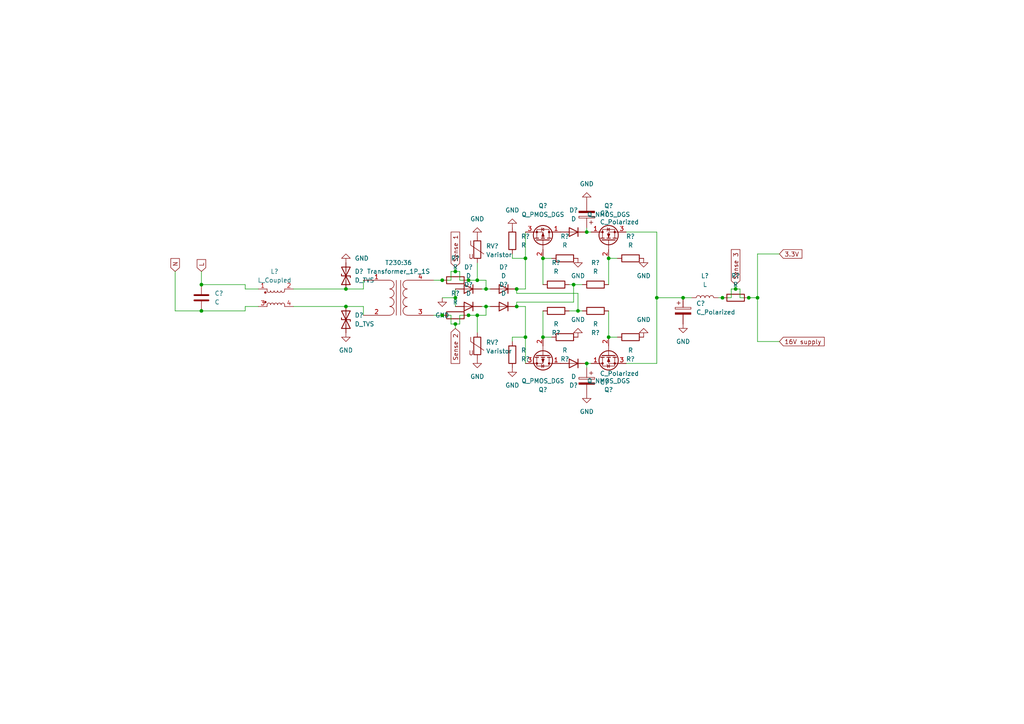
<source format=kicad_sch>
(kicad_sch (version 20211123) (generator eeschema)
  (paper "A4")
  (lib_symbols
    (symbol "Device:C" (pin_numbers hide) (pin_names (offset 0.254))
      (property "Reference" "C" (at 0.635 2.54 0))
      (property "Value" "C" (at 0.635 -2.54 0))
      (symbol "C_0_1"
        (polyline (pts (xy -2.032 -0.762) (xy 2.032 -0.762)) (stroke (width 0.508)))
        (polyline (pts (xy -2.032 0.762) (xy 2.032 0.762)) (stroke (width 0.508)))
      )
      (symbol "C_1_1"
        (pin passive line (at 0 3.81 270) (length 2.794) (name "~") (number "1"))
        (pin passive line (at 0 -3.81 90) (length 2.794) (name "~") (number "2"))
      )
    )
    (symbol "Device:C_Polarized" (pin_numbers hide) (pin_names (offset 0.254))
      (property "Reference" "C" (at 0.635 2.54 0))
      (property "Value" "C_Polarized" (at 0.635 -2.54 0))
      (symbol "C_Polarized_0_1"
        (rectangle (start -2.286 0.508) (end 2.286 1.016))
        (polyline (pts (xy -1.778 2.286) (xy -0.762 2.286)))
        (polyline (pts (xy -1.27 2.794) (xy -1.27 1.778)))
        (rectangle (start 2.286 -0.508) (end -2.286 -1.016) (fill (type outline)))
      )
      (symbol "C_Polarized_1_1"
        (pin passive line (at 0 3.81 270) (length 2.794) (name "~") (number "1"))
        (pin passive line (at 0 -3.81 90) (length 2.794) (name "~") (number "2"))
      )
    )
    (symbol "Device:D" (pin_numbers hide) (pin_names (offset 1.016) hide)
      (property "Reference" "D" (at 0 2.54 0))
      (property "Value" "D" (at 0 -2.54 0))
      (symbol "D_0_1"
        (polyline (pts (xy -1.27 1.27) (xy -1.27 -1.27)) (stroke (width 0.254)))
        (polyline (pts (xy 1.27 0) (xy -1.27 0)))
        (polyline (pts (xy 1.27 1.27) (xy 1.27 -1.27) (xy -1.27 0) (xy 1.27 1.27)) (stroke (width 0.254)))
      )
      (symbol "D_1_1"
        (pin passive line (at -3.81 0 0) (length 2.54) (name "K") (number "1"))
        (pin passive line (at 3.81 0 180) (length 2.54) (name "A") (number "2"))
      )
    )
    (symbol "Device:D_TVS" (pin_numbers hide) (pin_names (offset 1.016) hide)
      (property "Reference" "D" (at 0 2.54 0))
      (property "Value" "D_TVS" (at 0 -2.54 0))
      (symbol "D_TVS_0_1"
        (polyline (pts (xy 1.27 0) (xy -1.27 0)))
        (polyline (pts (xy 0.508 1.27) (xy 0 1.27) (xy 0 -1.27) (xy -0.508 -1.27)) (stroke (width 0.254)))
        (polyline (pts (xy -2.54 1.27) (xy -2.54 -1.27) (xy 2.54 1.27) (xy 2.54 -1.27) (xy -2.54 1.27)) (stroke (width 0.254)))
      )
      (symbol "D_TVS_1_1"
        (pin passive line (at -3.81 0 0) (length 2.54) (name "A1") (number "1"))
        (pin passive line (at 3.81 0 180) (length 2.54) (name "A2") (number "2"))
      )
    )
    (symbol "Device:L" (pin_numbers hide) (pin_names (offset 1.016) hide)
      (property "Reference" "L" (at -1.27 0 90))
      (property "Value" "L" (at 1.905 0 90))
      (symbol "L_0_1"
        (arc (start 0 -2.54) (mid 0.635 -1.905) (end 0 -1.27))
        (arc (start 0 -1.27) (mid 0.635 -0.635) (end 0 0))
        (arc (start 0 0) (mid 0.635 0.635) (end 0 1.27))
        (arc (start 0 1.27) (mid 0.635 1.905) (end 0 2.54))
      )
      (symbol "L_1_1"
        (pin passive line (at 0 3.81 270) (length 1.27) (name "1") (number "1"))
        (pin passive line (at 0 -3.81 90) (length 1.27) (name "2") (number "2"))
      )
    )
    (symbol "Device:L_Coupled" (pin_names (offset 0.254) hide)
      (property "Reference" "L" (at 0 4.445 0))
      (property "Value" "L_Coupled" (at 0 -4.445 0))
      (symbol "L_Coupled_0_1"
        (circle (center -3.048 -1.27) (radius 0.254) (fill (type outline)))
        (circle (center -3.048 1.524) (radius 0.254) (fill (type outline)))
        (arc (start -2.54 2.032) (mid -2.032 1.524) (end -1.524 2.032))
        (arc (start -1.524 -2.032) (mid -2.032 -1.524) (end -2.54 -2.032))
        (arc (start -1.524 2.032) (mid -1.016 1.524) (end -0.508 2.032))
        (arc (start -0.508 -2.032) (mid -1.016 -1.524) (end -1.524 -2.032))
        (arc (start -0.508 2.032) (mid 0 1.524) (end 0.508 2.032))
        (polyline (pts (xy -2.54 -2.032) (xy -2.54 -2.54)))
        (polyline (pts (xy -2.54 2.032) (xy -2.54 2.54)))
        (polyline (pts (xy 2.54 -2.032) (xy 2.54 -2.54)))
        (polyline (pts (xy 2.54 2.54) (xy 2.54 2.032)))
        (arc (start 0.508 -2.032) (mid 0 -1.524) (end -0.508 -2.032))
        (arc (start 0.508 2.032) (mid 1.016 1.524) (end 1.524 2.032))
        (arc (start 1.524 -2.032) (mid 1.016 -1.524) (end 0.508 -2.032))
        (arc (start 1.524 2.032) (mid 2.032 1.524) (end 2.54 2.032))
        (arc (start 2.54 -2.032) (mid 2.032 -1.524) (end 1.524 -2.032))
      )
      (symbol "L_Coupled_1_1"
        (pin passive line (at -5.08 2.54 0) (length 2.54) (name "1") (number "1"))
        (pin passive line (at 5.08 2.54 180) (length 2.54) (name "2") (number "2"))
        (pin passive line (at -5.08 -2.54 0) (length 2.54) (name "3") (number "3"))
        (pin passive line (at 5.08 -2.54 180) (length 2.54) (name "4") (number "4"))
      )
    )
    (symbol "Device:Q_NMOS_DGS" (pin_names (offset 0) hide)
      (property "Reference" "Q" (at 5.08 1.27 0))
      (property "Value" "Q_NMOS_DGS" (at 5.08 -1.27 0))
      (symbol "Q_NMOS_DGS_0_1"
        (polyline (pts (xy 0.254 0) (xy -2.54 0)))
        (polyline (pts (xy 0.254 1.905) (xy 0.254 -1.905)) (stroke (width 0.254)))
        (polyline (pts (xy 0.762 -1.27) (xy 0.762 -2.286)) (stroke (width 0.254)))
        (polyline (pts (xy 0.762 0.508) (xy 0.762 -0.508)) (stroke (width 0.254)))
        (polyline (pts (xy 0.762 2.286) (xy 0.762 1.27)) (stroke (width 0.254)))
        (polyline (pts (xy 2.54 2.54) (xy 2.54 1.778)))
        (polyline (pts (xy 2.54 -2.54) (xy 2.54 0) (xy 0.762 0)))
        (polyline (pts (xy 0.762 -1.778) (xy 3.302 -1.778) (xy 3.302 1.778) (xy 0.762 1.778)))
        (polyline (pts (xy 1.016 0) (xy 2.032 0.381) (xy 2.032 -0.381) (xy 1.016 0)) (fill (type outline)))
        (polyline (pts (xy 2.794 0.508) (xy 2.921 0.381) (xy 3.683 0.381) (xy 3.81 0.254)))
        (polyline (pts (xy 3.302 0.381) (xy 2.921 -0.254) (xy 3.683 -0.254) (xy 3.302 0.381)))
        (circle (center 1.651 0) (radius 2.794) (stroke (width 0.254)))
        (circle (center 2.54 -1.778) (radius 0.254) (fill (type outline)))
        (circle (center 2.54 1.778) (radius 0.254) (fill (type outline)))
      )
      (symbol "Q_NMOS_DGS_1_1"
        (pin passive line (at 2.54 5.08 270) (length 2.54) (name "D") (number "1"))
        (pin input line (at -5.08 0 0) (length 2.54) (name "G") (number "2"))
        (pin passive line (at 2.54 -5.08 90) (length 2.54) (name "S") (number "3"))
      )
    )
    (symbol "Device:Q_PMOS_DGS" (pin_names (offset 0) hide)
      (property "Reference" "Q" (at 5.08 1.27 0))
      (property "Value" "Q_PMOS_DGS" (at 5.08 -1.27 0))
      (symbol "Q_PMOS_DGS_0_1"
        (polyline (pts (xy 0.254 0) (xy -2.54 0)))
        (polyline (pts (xy 0.254 1.905) (xy 0.254 -1.905)) (stroke (width 0.254)))
        (polyline (pts (xy 0.762 -1.27) (xy 0.762 -2.286)) (stroke (width 0.254)))
        (polyline (pts (xy 0.762 0.508) (xy 0.762 -0.508)) (stroke (width 0.254)))
        (polyline (pts (xy 0.762 2.286) (xy 0.762 1.27)) (stroke (width 0.254)))
        (polyline (pts (xy 2.54 2.54) (xy 2.54 1.778)))
        (polyline (pts (xy 2.54 -2.54) (xy 2.54 0) (xy 0.762 0)))
        (polyline (pts (xy 0.762 1.778) (xy 3.302 1.778) (xy 3.302 -1.778) (xy 0.762 -1.778)))
        (polyline (pts (xy 2.286 0) (xy 1.27 0.381) (xy 1.27 -0.381) (xy 2.286 0)) (fill (type outline)))
        (polyline (pts (xy 2.794 -0.508) (xy 2.921 -0.381) (xy 3.683 -0.381) (xy 3.81 -0.254)))
        (polyline (pts (xy 3.302 -0.381) (xy 2.921 0.254) (xy 3.683 0.254) (xy 3.302 -0.381)))
        (circle (center 1.651 0) (radius 2.794) (stroke (width 0.254)))
        (circle (center 2.54 -1.778) (radius 0.254) (fill (type outline)))
        (circle (center 2.54 1.778) (radius 0.254) (fill (type outline)))
      )
      (symbol "Q_PMOS_DGS_1_1"
        (pin passive line (at 2.54 5.08 270) (length 2.54) (name "D") (number "1"))
        (pin input line (at -5.08 0 0) (length 2.54) (name "G") (number "2"))
        (pin passive line (at 2.54 -5.08 90) (length 2.54) (name "S") (number "3"))
      )
    )
    (symbol "Device:R" (pin_numbers hide) (pin_names (offset 0))
      (property "Reference" "R" (at 2.032 0 90))
      (property "Value" "R" (at 0 0 90))
      (symbol "R_0_1"
        (rectangle (start -1.016 -2.54) (end 1.016 2.54) (stroke (width 0.254)))
      )
      (symbol "R_1_1"
        (pin passive line (at 0 3.81 270) (length 1.27) (name "~") (number "1"))
        (pin passive line (at 0 -3.81 90) (length 1.27) (name "~") (number "2"))
      )
    )
    (symbol "Device:Transformer_1P_1S" (pin_names (offset 1.016) hide)
      (property "Reference" "T" (at 0 6.35 0))
      (property "Value" "Transformer_1P_1S" (at 0 -7.62 0))
      (symbol "Transformer_1P_1S_0_1"
        (arc (start -2.54 -5.0546) (mid -1.6599 -4.6901) (end -1.27 -3.81))
        (arc (start -2.54 -2.5146) (mid -1.6599 -2.1501) (end -1.27 -1.27))
        (arc (start -2.54 0.0254) (mid -1.6599 0.3899) (end -1.27 1.27))
        (arc (start -2.54 2.5654) (mid -1.6599 2.9299) (end -1.27 3.81))
        (arc (start -1.27 -3.81) (mid -1.642 -2.912) (end -2.54 -2.54))
        (arc (start -1.27 -1.27) (mid -1.642 -0.372) (end -2.54 0))
        (arc (start -1.27 1.27) (mid -1.642 2.168) (end -2.54 2.54))
        (arc (start -1.27 3.81) (mid -1.642 4.708) (end -2.54 5.08))
        (polyline (pts (xy -0.635 5.08) (xy -0.635 -5.08)))
        (polyline (pts (xy 0.635 -5.08) (xy 0.635 5.08)))
        (arc (start 1.2954 -1.27) (mid 1.6599 -2.1501) (end 2.54 -2.5146))
        (arc (start 1.2954 1.27) (mid 1.6599 0.3899) (end 2.54 0.0254))
        (arc (start 1.2954 3.81) (mid 1.6599 2.9299) (end 2.54 2.5654))
        (arc (start 1.3208 -3.81) (mid 1.6853 -4.6901) (end 2.5654 -5.0546))
        (arc (start 2.54 0) (mid 1.642 -0.372) (end 1.2954 -1.27))
        (arc (start 2.54 2.54) (mid 1.642 2.168) (end 1.2954 1.27))
        (arc (start 2.54 5.08) (mid 1.642 4.708) (end 1.2954 3.81))
        (arc (start 2.5654 -2.54) (mid 1.6674 -2.912) (end 1.3208 -3.81))
      )
      (symbol "Transformer_1P_1S_1_1"
        (pin passive line (at -10.16 5.08 0) (length 7.62) (name "AA") (number "1"))
        (pin passive line (at -10.16 -5.08 0) (length 7.62) (name "AB") (number "2"))
        (pin passive line (at 10.16 -5.08 180) (length 7.62) (name "SA") (number "3"))
        (pin passive line (at 10.16 5.08 180) (length 7.62) (name "SB") (number "4"))
      )
    )
    (symbol "Device:Varistor" (pin_numbers hide) (pin_names (offset 0))
      (property "Reference" "RV" (at 3.175 0 90))
      (property "Value" "Varistor" (at -3.175 0 90))
      (symbol "Varistor_0_0"
        (text "U" (at -1.778 -2.032 0) (effects (font (size 1.27 1.27))))
      )
      (symbol "Varistor_0_1"
        (rectangle (start -1.016 -2.54) (end 1.016 2.54) (stroke (width 0.254)))
        (polyline (pts (xy -1.905 2.54) (xy -1.905 1.27) (xy 1.905 -1.27)))
      )
      (symbol "Varistor_1_1"
        (pin passive line (at 0 3.81 270) (length 1.27) (name "~") (number "1"))
        (pin passive line (at 0 -3.81 90) (length 1.27) (name "~") (number "2"))
      )
    )
    (symbol "power:GND" (power) (pin_names (offset 0))
      (property "Value" "GND" (at 0 -3.81 0))
      (symbol "GND_0_1"
        (polyline (pts (xy 0 0) (xy 0 -1.27) (xy 1.27 -1.27) (xy 0 -2.54) (xy -1.27 -1.27) (xy 0 -1.27)))
      )
      (symbol "GND_1_1"
        (pin power_in line (at 0 0 270) (length 0) hide (name "GND") (number "1"))
      )
    )
  )
  (junction (at 132.08 86.36))
  (junction (at 176.53 97.79))
  (junction (at 209.55 86.36))
  (junction (at 140.97 88.9))
  (junction (at 152.4 74.93))
  (junction (at 149.86 88.9))
  (junction (at 100.33 88.9))
  (junction (at 132.08 93.98))
  (junction (at 132.08 78.74))
  (junction (at 138.43 91.44))
  (junction (at 152.4 97.79))
  (junction (at 157.48 97.79))
  (junction (at 128.27 91.44))
  (junction (at 176.53 74.93))
  (junction (at 166.37 82.55))
  (junction (at 100.33 83.82))
  (junction (at 167.64 90.17))
  (junction (at 149.86 83.82))
  (junction (at 213.36 83.82))
  (junction (at 140.97 83.82))
  (junction (at 138.43 81.28))
  (junction (at 198.12 86.36))
  (junction (at 217.17 86.36))
  (junction (at 128.27 81.28))
  (junction (at 135.89 81.28))
  (junction (at 135.89 91.44))
  (junction (at 170.18 67.31))
  (junction (at 157.48 74.93))
  (junction (at 170.18 105.41))
  (junction (at 219.71 86.36))
  (junction (at 58.42 82.55))
  (junction (at 190.5 86.36))
  (junction (at 58.42 90.17))
  (wire (pts (xy 176.53 97.79) (xy 176.53 90.17)))
  (wire (pts (xy 166.37 87.63) (xy 166.37 82.55)))
  (wire (pts (xy 133.35 78.74) (xy 133.35 81.28)))
  (wire (pts (xy 152.4 67.31) (xy 152.4 74.93)))
  (wire (pts (xy 58.42 90.17) (xy 71.12 90.17)))
  (wire (pts (xy 85.09 83.82) (xy 100.33 83.82)))
  (wire (pts (xy 167.64 85.09) (xy 149.86 85.09)))
  (wire (pts (xy 58.42 78.74) (xy 58.42 82.55)))
  (wire (pts (xy 176.53 74.93) (xy 176.53 82.55)))
  (wire (pts (xy 219.71 73.66) (xy 226.06 73.66)))
  (wire (pts (xy 219.71 73.66) (xy 219.71 86.36)))
  (wire (pts (xy 157.48 74.93) (xy 160.02 74.93)))
  (wire (pts (xy 152.4 88.9) (xy 152.4 97.79)))
  (wire (pts (xy 130.81 91.44) (xy 130.81 93.98)))
  (wire (pts (xy 190.5 105.41) (xy 190.5 86.36)))
  (wire (pts (xy 217.17 86.36) (xy 219.71 86.36)))
  (wire (pts (xy 140.97 91.44) (xy 140.97 88.9)))
  (wire (pts (xy 71.12 88.9) (xy 74.93 88.9)))
  (wire (pts (xy 138.43 81.28) (xy 140.97 81.28)))
  (wire (pts (xy 85.09 88.9) (xy 100.33 88.9)))
  (wire (pts (xy 176.53 74.93) (xy 179.07 74.93)))
  (wire (pts (xy 176.53 97.79) (xy 179.07 97.79)))
  (wire (pts (xy 105.41 91.44) (xy 105.41 88.9)))
  (wire (pts (xy 130.81 93.98) (xy 132.08 93.98)))
  (wire (pts (xy 128.27 81.28) (xy 130.81 81.28)))
  (wire (pts (xy 214.63 83.82) (xy 213.36 83.82)))
  (wire (pts (xy 140.97 88.9) (xy 139.7 88.9)))
  (wire (pts (xy 190.5 86.36) (xy 198.12 86.36)))
  (wire (pts (xy 157.48 97.79) (xy 160.02 97.79)))
  (wire (pts (xy 198.12 86.36) (xy 200.66 86.36)))
  (wire (pts (xy 219.71 86.36) (xy 219.71 99.06)))
  (wire (pts (xy 152.4 97.79) (xy 152.4 105.41)))
  (wire (pts (xy 128.27 91.44) (xy 130.81 91.44)))
  (wire (pts (xy 132.08 83.82) (xy 132.08 86.36)))
  (wire (pts (xy 132.08 93.98) (xy 133.35 93.98)))
  (wire (pts (xy 50.8 90.17) (xy 58.42 90.17)))
  (wire (pts (xy 71.12 83.82) (xy 71.12 82.55)))
  (wire (pts (xy 50.8 78.74) (xy 50.8 90.17)))
  (wire (pts (xy 135.89 91.44) (xy 138.43 91.44)))
  (wire (pts (xy 135.89 81.28) (xy 138.43 81.28)))
  (wire (pts (xy 58.42 82.55) (xy 71.12 82.55)))
  (wire (pts (xy 100.33 88.9) (xy 105.41 88.9)))
  (wire (pts (xy 148.59 99.06) (xy 148.59 97.79)))
  (wire (pts (xy 166.37 82.55) (xy 168.91 82.55)))
  (wire (pts (xy 213.36 82.55) (xy 213.36 83.82)))
  (wire (pts (xy 190.5 86.36) (xy 190.5 67.31)))
  (wire (pts (xy 165.1 90.17) (xy 167.64 90.17)))
  (wire (pts (xy 138.43 91.44) (xy 138.43 96.52)))
  (wire (pts (xy 149.86 83.82) (xy 152.4 83.82)))
  (wire (pts (xy 149.86 88.9) (xy 149.86 87.63)))
  (wire (pts (xy 133.35 91.44) (xy 135.89 91.44)))
  (wire (pts (xy 100.33 83.82) (xy 105.41 83.82)))
  (wire (pts (xy 148.59 73.66) (xy 148.59 74.93)))
  (wire (pts (xy 125.73 81.28) (xy 128.27 81.28)))
  (wire (pts (xy 165.1 82.55) (xy 166.37 82.55)))
  (wire (pts (xy 132.08 86.36) (xy 132.08 88.9)))
  (wire (pts (xy 71.12 90.17) (xy 71.12 88.9)))
  (wire (pts (xy 157.48 97.79) (xy 157.48 90.17)))
  (wire (pts (xy 128.27 86.36) (xy 132.08 86.36)))
  (wire (pts (xy 167.64 90.17) (xy 168.91 90.17)))
  (wire (pts (xy 130.81 78.74) (xy 130.81 81.28)))
  (wire (pts (xy 214.63 86.36) (xy 214.63 83.82)))
  (wire (pts (xy 149.86 87.63) (xy 166.37 87.63)))
  (wire (pts (xy 71.12 83.82) (xy 74.93 83.82)))
  (wire (pts (xy 132.08 77.47) (xy 132.08 78.74)))
  (wire (pts (xy 132.08 93.98) (xy 132.08 95.25)))
  (wire (pts (xy 139.7 83.82) (xy 140.97 83.82)))
  (wire (pts (xy 140.97 81.28) (xy 140.97 83.82)))
  (wire (pts (xy 170.18 105.41) (xy 171.45 105.41)))
  (wire (pts (xy 152.4 74.93) (xy 148.59 74.93)))
  (wire (pts (xy 167.64 90.17) (xy 167.64 85.09)))
  (wire (pts (xy 170.18 106.68) (xy 170.18 105.41)))
  (wire (pts (xy 125.73 91.44) (xy 128.27 91.44)))
  (wire (pts (xy 208.28 86.36) (xy 209.55 86.36)))
  (wire (pts (xy 190.5 67.31) (xy 181.61 67.31)))
  (wire (pts (xy 132.08 78.74) (xy 133.35 78.74)))
  (wire (pts (xy 133.35 93.98) (xy 133.35 91.44)))
  (wire (pts (xy 149.86 88.9) (xy 152.4 88.9)))
  (wire (pts (xy 181.61 105.41) (xy 190.5 105.41)))
  (wire (pts (xy 152.4 74.93) (xy 152.4 83.82)))
  (wire (pts (xy 138.43 91.44) (xy 140.97 91.44)))
  (wire (pts (xy 149.86 85.09) (xy 149.86 83.82)))
  (wire (pts (xy 135.89 81.28) (xy 133.35 81.28)))
  (wire (pts (xy 170.18 66.04) (xy 170.18 67.31)))
  (wire (pts (xy 138.43 76.2) (xy 138.43 81.28)))
  (wire (pts (xy 212.09 83.82) (xy 212.09 86.36)))
  (wire (pts (xy 219.71 99.06) (xy 226.06 99.06)))
  (wire (pts (xy 132.08 78.74) (xy 130.81 78.74)))
  (wire (pts (xy 217.17 86.36) (xy 214.63 86.36)))
  (wire (pts (xy 213.36 83.82) (xy 212.09 83.82)))
  (wire (pts (xy 105.41 83.82) (xy 105.41 81.28)))
  (wire (pts (xy 209.55 86.36) (xy 212.09 86.36)))
  (wire (pts (xy 157.48 74.93) (xy 157.48 82.55)))
  (wire (pts (xy 170.18 67.31) (xy 171.45 67.31)))
  (wire (pts (xy 140.97 83.82) (xy 142.24 83.82)))
  (wire (pts (xy 140.97 88.9) (xy 142.24 88.9)))
  (wire (pts (xy 152.4 97.79) (xy 148.59 97.79)))
  (global_label "3.3V" (shape input) (at 226.06 73.66 0) (property "Intersheet References" "${INTERSHEET_REFS}" (effects hide)))
  (global_label "Sense 1" (shape input) (at 132.08 77.47 90) (property "Intersheet References" "${INTERSHEET_REFS}" (effects hide)))
  (global_label "Sense 2" (shape input) (at 132.08 95.25 270) (property "Intersheet References" "${INTERSHEET_REFS}" (effects hide)))
  (global_label "L" (shape input) (at 58.42 78.74 90) (property "Intersheet References" "${INTERSHEET_REFS}" (effects hide)))
  (global_label "16V supply" (shape input) (at 226.06 99.06 0) (property "Intersheet References" "${INTERSHEET_REFS}" (effects hide)))
  (global_label "Sense 3" (shape input) (at 213.36 82.55 90) (property "Intersheet References" "${INTERSHEET_REFS}" (effects hide)))
  (global_label "N" (shape input) (at 50.8 78.74 90) (property "Intersheet References" "${INTERSHEET_REFS}" (effects hide)))
  (symbol (lib_id "Device:Q_NMOS_DGS") (at 176.53 102.87 90) (mirror x) (unit 1)
    (property "Reference" "Q?" (at 176.53 113.03 90))
    (property "Value" "Q_NMOS_DGS" (at 176.53 110.49 90))
  )
  (symbol (lib_id "Device:R") (at 172.72 82.55 90) (unit 1)
    (property "Reference" "R?" (at 172.72 76.2 90))
    (property "Value" "R" (at 172.72 78.74 90))
  )
  (symbol (lib_id "Device:R") (at 148.59 69.85 0) (unit 1)
    (property "Reference" "R?" (at 151.13 68.5799 0) (effects (justify left)))
    (property "Value" "R" (at 151.13 71.1199 0) (effects (justify left)))
  )
  (symbol (lib_id "Device:R") (at 132.08 91.44 90) (unit 1)
    (property "Reference" "R?" (at 132.08 85.09 90))
    (property "Value" "R" (at 132.08 87.63 90))
  )
  (symbol (lib_id "Device:L") (at 204.47 86.36 90) (unit 1)
    (property "Reference" "L?" (at 204.47 80.01 90))
    (property "Value" "L" (at 204.47 82.55 90))
  )
  (symbol (lib_id "Device:D") (at 146.05 88.9 180) (unit 1)
    (property "Reference" "D?" (at 146.05 82.55 0))
    (property "Value" "D" (at 146.05 85.09 0))
  )
  (symbol (lib_id "power:GND") (at 148.59 106.68 0) (mirror y) (unit 1)
    (property "Reference" "#PWR?" (effects hide))
    (property "Value" "GND" (at 148.59 111.76 0))
  )
  (symbol (lib_id "Device:Q_PMOS_DGS") (at 157.48 69.85 270) (mirror x) (unit 1)
    (property "Reference" "Q?" (at 157.48 59.69 90))
    (property "Value" "Q_PMOS_DGS" (at 157.48 62.23 90))
  )
  (symbol (lib_id "power:GND") (at 198.12 93.98 0) (unit 1)
    (property "Reference" "#PWR?" (effects hide))
    (property "Value" "GND" (at 198.12 99.06 0))
  )
  (symbol (lib_id "Device:R") (at 213.36 86.36 90) (unit 1)
    (property "Reference" "R?" (at 213.36 80.01 90))
    (property "Value" "R" (at 213.36 82.55 90))
  )
  (symbol (lib_id "power:GND") (at 186.69 97.79 0) (mirror x) (unit 1)
    (property "Reference" "#PWR?" (effects hide))
    (property "Value" "GND" (at 186.69 92.71 0))
  )
  (symbol (lib_id "Device:R") (at 148.59 102.87 0) (mirror x) (unit 1)
    (property "Reference" "R?" (at 151.13 104.1401 0) (effects (justify left)))
    (property "Value" "R" (at 151.13 101.6001 0) (effects (justify left)))
  )
  (symbol (lib_id "Device:C_Polarized") (at 170.18 110.49 0) (mirror y) (unit 1)
    (property "Reference" "C?" (at 173.99 110.8711 0) (effects (justify right)))
    (property "Value" "C_Polarized" (at 173.99 108.3311 0) (effects (justify right)))
  )
  (symbol (lib_id "Device:R") (at 132.08 81.28 90) (unit 1)
    (property "Reference" "R?" (at 132.08 74.93 90))
    (property "Value" "R" (at 132.08 77.47 90))
  )
  (symbol (lib_id "power:GND") (at 167.64 97.79 0) (mirror x) (unit 1)
    (property "Reference" "#PWR?" (effects hide))
    (property "Value" "GND" (at 167.64 92.71 0))
  )
  (symbol (lib_id "Device:D") (at 146.05 83.82 180) (unit 1)
    (property "Reference" "D?" (at 146.05 77.47 0))
    (property "Value" "D" (at 146.05 80.01 0))
  )
  (symbol (lib_id "Device:D") (at 135.89 83.82 180) (unit 1)
    (property "Reference" "D?" (at 135.89 77.47 0))
    (property "Value" "D" (at 135.89 80.01 0))
  )
  (symbol (lib_id "Device:Varistor") (at 138.43 72.39 0) (unit 1)
    (property "Reference" "RV?" (at 140.97 71.3731 0) (effects (justify left)))
    (property "Value" "Varistor" (at 140.97 73.9131 0) (effects (justify left)))
  )
  (symbol (lib_id "Device:C_Polarized") (at 170.18 62.23 180) (unit 1)
    (property "Reference" "C?" (at 173.99 61.8489 0) (effects (justify right)))
    (property "Value" "C_Polarized" (at 173.99 64.3889 0) (effects (justify right)))
  )
  (symbol (lib_id "Device:D_TVS") (at 100.33 80.01 90) (unit 1)
    (property "Reference" "D?" (at 102.87 78.7399 90) (effects (justify right)))
    (property "Value" "D_TVS" (at 102.87 81.2799 90) (effects (justify right)))
  )
  (symbol (lib_id "power:GND") (at 148.59 66.04 180) (unit 1)
    (property "Reference" "#PWR?" (effects hide))
    (property "Value" "GND" (at 148.59 60.96 0))
  )
  (symbol (lib_id "Device:R") (at 182.88 74.93 90) (unit 1)
    (property "Reference" "R?" (at 182.88 68.58 90))
    (property "Value" "R" (at 182.88 71.12 90))
  )
  (symbol (lib_id "Device:R") (at 161.29 90.17 90) (mirror x) (unit 1)
    (property "Reference" "R?" (at 161.29 96.52 90))
    (property "Value" "R" (at 161.29 93.98 90))
  )
  (symbol (lib_id "power:GND") (at 167.64 74.93 0) (unit 1)
    (property "Reference" "#PWR?" (effects hide))
    (property "Value" "GND" (at 167.64 80.01 0))
  )
  (symbol (lib_id "power:GND") (at 128.27 86.36 0) (unit 1)
    (property "Reference" "#PWR?" (effects hide))
    (property "Value" "GND" (at 128.27 91.44 0))
  )
  (symbol (lib_id "power:GND") (at 138.43 104.14 0) (unit 1)
    (property "Reference" "#PWR?" (effects hide))
    (property "Value" "GND" (at 138.43 109.22 0))
  )
  (symbol (lib_id "Device:R") (at 172.72 90.17 90) (mirror x) (unit 1)
    (property "Reference" "R?" (at 172.72 96.52 90))
    (property "Value" "R" (at 172.72 93.98 90))
  )
  (symbol (lib_id "power:GND") (at 170.18 114.3 0) (mirror y) (unit 1)
    (property "Reference" "#PWR?" (effects hide))
    (property "Value" "GND" (at 170.18 119.38 0))
  )
  (symbol (lib_id "power:GND") (at 170.18 58.42 180) (unit 1)
    (property "Reference" "#PWR?" (effects hide))
    (property "Value" "GND" (at 170.18 53.34 0))
  )
  (symbol (lib_id "Device:D_TVS") (at 100.33 92.71 90) (unit 1)
    (property "Reference" "D?" (at 102.87 91.4399 90) (effects (justify right)))
    (property "Value" "D_TVS" (at 102.87 93.9799 90) (effects (justify right)))
  )
  (symbol (lib_id "Device:D") (at 166.37 105.41 0) (mirror y) (unit 1)
    (property "Reference" "D?" (at 166.37 111.76 0))
    (property "Value" "D" (at 166.37 109.22 0))
  )
  (symbol (lib_id "power:GND") (at 186.69 74.93 0) (unit 1)
    (property "Reference" "#PWR?" (effects hide))
    (property "Value" "GND" (at 186.69 80.01 0))
  )
  (symbol (lib_id "Device:Transformer_1P_1S") (at 115.57 86.36 0) (unit 1)
    (property "Reference" "T230:36" (at 115.5827 76.2 0))
    (property "Value" "Transformer_1P_1S" (at 115.5827 78.74 0))
  )
  (symbol (lib_id "Device:L_Coupled") (at 80.01 86.36 0) (unit 1)
    (property "Reference" "L?" (at 79.629 78.74 0))
    (property "Value" "L_Coupled" (at 79.629 81.28 0))
  )
  (symbol (lib_id "Device:R") (at 163.83 97.79 90) (mirror x) (unit 1)
    (property "Reference" "R?" (at 163.83 104.14 90))
    (property "Value" "R" (at 163.83 101.6 90))
  )
  (symbol (lib_id "Device:R") (at 182.88 97.79 90) (mirror x) (unit 1)
    (property "Reference" "R?" (at 182.88 104.14 90))
    (property "Value" "R" (at 182.88 101.6 90))
  )
  (symbol (lib_id "Device:R") (at 163.83 74.93 90) (unit 1)
    (property "Reference" "R?" (at 163.83 68.58 90))
    (property "Value" "R" (at 163.83 71.12 90))
  )
  (symbol (lib_id "Device:Varistor") (at 138.43 100.33 0) (unit 1)
    (property "Reference" "RV?" (at 140.97 99.3131 0) (effects (justify left)))
    (property "Value" "Varistor" (at 140.97 101.8531 0) (effects (justify left)))
  )
  (symbol (lib_id "power:GND") (at 100.33 96.52 0) (unit 1)
    (property "Reference" "#PWR?" (effects hide))
    (property "Value" "GND" (at 100.33 101.6 0))
  )
  (symbol (lib_id "Device:C_Polarized") (at 198.12 90.17 0) (unit 1)
    (property "Reference" "C?" (at 201.93 88.0109 0) (effects (justify left)))
    (property "Value" "C_Polarized" (at 201.93 90.5509 0) (effects (justify left)))
  )
  (symbol (lib_id "Device:R") (at 161.29 82.55 90) (unit 1)
    (property "Reference" "R?" (at 161.29 76.2 90))
    (property "Value" "R" (at 161.29 78.74 90))
  )
  (symbol (lib_id "Device:C") (at 58.42 86.36 0) (unit 1)
    (property "Reference" "C?" (at 62.23 85.0899 0) (effects (justify left)))
    (property "Value" "C" (at 62.23 87.6299 0) (effects (justify left)))
  )
  (symbol (lib_id "Device:Q_NMOS_DGS") (at 176.53 69.85 90) (unit 1)
    (property "Reference" "Q?" (at 176.53 59.69 90))
    (property "Value" "Q_NMOS_DGS" (at 176.53 62.23 90))
  )
  (symbol (lib_id "Device:Q_PMOS_DGS") (at 157.48 102.87 270) (unit 1)
    (property "Reference" "Q?" (at 157.48 113.03 90))
    (property "Value" "Q_PMOS_DGS" (at 157.48 110.49 90))
  )
  (symbol (lib_id "power:GND") (at 100.33 76.2 180) (unit 1)
    (property "Reference" "#PWR?" (effects hide))
    (property "Value" "GND" (at 102.87 74.9299 0) (effects (justify right)))
  )
  (symbol (lib_id "Device:D") (at 135.89 88.9 180) (unit 1)
    (property "Reference" "D?" (at 135.89 82.55 0))
    (property "Value" "D" (at 135.89 85.09 0))
  )
  (symbol (lib_id "Device:D") (at 166.37 67.31 180) (unit 1)
    (property "Reference" "D?" (at 166.37 60.96 0))
    (property "Value" "D" (at 166.37 63.5 0))
  )
  (symbol (lib_id "power:GND") (at 138.43 68.58 180) (unit 1)
    (property "Reference" "#PWR?" (effects hide))
    (property "Value" "GND" (at 138.43 63.5 0))
  )
)
</source>
